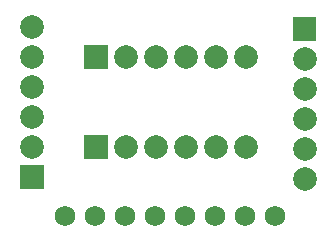
<source format=gts>
G04 Layer: TopSolderMaskLayer*
G04 EasyEDA v6.3.22, 2020-01-02T15:01:47+01:00*
G04 c4e2bc18f26c4d9383367568540c3147,ba5f4a7848fa453cbffb73795f9272bb,10*
G04 Gerber Generator version 0.2*
G04 Scale: 100 percent, Rotated: No, Reflected: No *
G04 Dimensions in inches *
G04 leading zeros omitted , absolute positions ,2 integer and 4 decimal *
%FSLAX24Y24*%
%MOIN*%
G90*
G70D02*

%ADD16C,0.078866*%
%ADD18C,0.068000*%

%LPD*%
G54D16*
G01X1400Y7250D03*
G01X1400Y6250D03*
G01X1400Y5250D03*
G01X1400Y4250D03*
G01X1400Y3250D03*
G36*
G01X1005Y1855D02*
G01X1005Y2644D01*
G01X1794Y2644D01*
G01X1794Y1855D01*
G01X1005Y1855D01*
G37*
G01X8550Y3250D03*
G01X7550Y3250D03*
G01X6550Y3250D03*
G01X5550Y3250D03*
G01X4550Y3250D03*
G36*
G01X3155Y2855D02*
G01X3155Y3644D01*
G01X3944Y3644D01*
G01X3944Y2855D01*
G01X3155Y2855D01*
G37*
G01X10500Y2200D03*
G01X10500Y3200D03*
G01X10500Y4200D03*
G01X10500Y5200D03*
G01X10500Y6200D03*
G36*
G01X10106Y6805D02*
G01X10106Y7594D01*
G01X10893Y7594D01*
G01X10893Y6805D01*
G01X10106Y6805D01*
G37*
G01X8550Y6250D03*
G01X7550Y6250D03*
G01X6550Y6250D03*
G01X5550Y6250D03*
G01X4550Y6250D03*
G36*
G01X3155Y5855D02*
G01X3155Y6644D01*
G01X3944Y6644D01*
G01X3944Y5855D01*
G01X3155Y5855D01*
G37*
G54D18*
G01X9500Y950D03*
G01X8500Y950D03*
G01X7500Y950D03*
G01X6500Y950D03*
G01X5500Y950D03*
G01X4500Y950D03*
G01X3500Y950D03*
G01X2500Y950D03*
M00*
M02*

</source>
